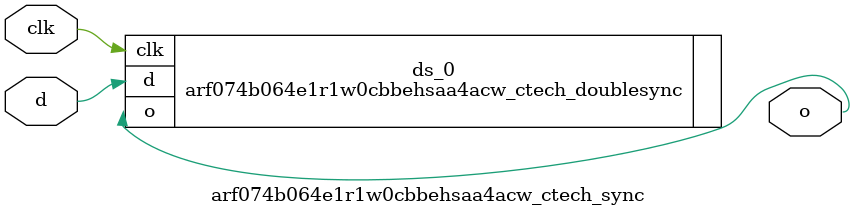
<source format=sv>

`ifndef ARF074B064E1R1W0CBBEHSAA4ACW_CTECH_SYNC_SV
`define ARF074B064E1R1W0CBBEHSAA4ACW_CTECH_SYNC_SV

module arf074b064e1r1w0cbbehsaa4acw_ctech_sync (
  input  logic  clk,
  input  logic  d,

  output logic  o
);

  arf074b064e1r1w0cbbehsaa4acw_ctech_doublesync ds_0 (.o(o), .d(d), .clk(clk));

endmodule // arf074b064e1r1w0cbbehsaa4acw_ctech_sync

`endif // ARF074B064E1R1W0CBBEHSAA4ACW_CTECH_SYNC_SV
</source>
